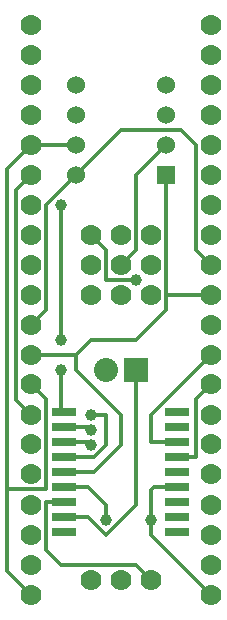
<source format=gbr>
G04 GERBER ASCII OUTPUT FROM: EDWIN 2000 (VER. 1.1 REV. 20011025)*
G04 GERBER FORMAT: RX-274-X*
G04 BOARD: 8-PIN_ADAPTER*
G04 ARTWORK OF COMP.LAYER POSITIVE*
%ASAXBY*%
%FSLAX23Y23*%
%MIA0B0*%
%MOIN*%
%OFA0.0000B0.0000*%
%SFA1B1*%
%IJA0B0*%
%INLAYER2POS*%
%IOA0B0*%
%IPPOS*%
%IR0*%
G04 APERTURE MACROS*
%AMEDWDONUT*
1,1,$1,$2,$3*
1,0,$4,$2,$3*
%
%AMEDWFRECT*
2,1,$1,$2,$3,$4,$5,$6*
%
%AMEDWORECT*
2,1,$1,$2,$3,$4,$5,$10*
2,1,$1,$4,$5,$6,$7,$10*
2,1,$1,$6,$7,$8,$9,$10*
2,1,$1,$8,$9,$2,$3,$10*
1,1,$1,$2,$3*
1,1,$1,$4,$5*
1,1,$1,$6,$7*
1,1,$1,$8,$9*
%
%AMEDWLINER*
2,1,$1,$2,$3,$4,$5,$6*
1,1,$1,$2,$3*
1,1,$1,$4,$5*
%
%AMEDWFTRNG*
4,1,3,$1,$2,$3,$4,$5,$6,$7,$8,$9*
%
%AMEDWATRNG*
4,1,3,$1,$2,$3,$4,$5,$6,$7,$8,$9*
2,1,$11,$1,$2,$3,$4,$10*
2,1,$11,$3,$4,$5,$6,$10*
2,1,$11,$5,$6,$7,$8,$10*
1,1,$11,$3,$4*
1,1,$11,$5,$6*
1,1,$11,$7,$8*
%
%AMEDWOTRNG*
2,1,$1,$2,$3,$4,$5,$8*
2,1,$1,$4,$5,$6,$7,$8*
2,1,$1,$6,$7,$2,$3,$8*
1,1,$1,$2,$3*
1,1,$1,$4,$5*
1,1,$1,$6,$7*
%
G04*
G04 APERTURE LIST*
%ADD10R,0.0700X0.0700*%
%ADD11R,0.0940X0.0940*%
%ADD12R,0.0600X0.0600*%
%ADD13R,0.0840X0.0840*%
%ADD14R,0.0900X0.0350*%
%ADD15R,0.1140X0.0590*%
%ADD16R,0.0800X0.0250*%
%ADD17R,0.1040X0.0490*%
%ADD18R,0.0900X0.0900*%
%ADD19R,0.1140X0.1140*%
%ADD20R,0.0800X0.0800*%
%ADD21R,0.1040X0.1040*%
%ADD22C,0.0010*%
%ADD24C,0.0020*%
%ADD25R,0.0020X0.0020*%
%ADD26C,0.0030*%
%ADD27R,0.0030X0.0030*%
%ADD28C,0.0040*%
%ADD29R,0.0040X0.0040*%
%ADD30C,0.0050*%
%ADD31R,0.0050X0.0050*%
%ADD32C,0.00787*%
%ADD33R,0.00787X0.00787*%
%ADD34C,0.0080*%
%ADD36C,0.00984*%
%ADD37R,0.00984X0.00984*%
%ADD38C,0.0120*%
%ADD40C,0.0120*%
%ADD42C,0.0130*%
%ADD44C,0.01378*%
%ADD46C,0.01969*%
%ADD47R,0.01969X0.01969*%
%ADD48C,0.0290*%
%ADD50C,0.03187*%
%ADD52C,0.0320*%
%ADD54C,0.0360*%
%ADD56C,0.0370*%
%ADD58C,0.03778*%
%ADD60C,0.03937*%
%ADD61R,0.03937X0.03937*%
%ADD62C,0.0480*%
%ADD63R,0.0480X0.0480*%
%ADD64C,0.0500*%
%ADD65R,0.0500X0.0500*%
%ADD66C,0.0540*%
%ADD67R,0.0540X0.0540*%
%ADD68C,0.0560*%
%ADD69R,0.0560X0.0560*%
%ADD70C,0.05906*%
%ADD71R,0.05906X0.05906*%
%ADD72C,0.0600*%
%ADD73R,0.0600X0.0600*%
%ADD74C,0.0620*%
%ADD75R,0.0620X0.0620*%
%ADD76C,0.06339*%
%ADD77R,0.06339X0.06339*%
%ADD78C,0.06906*%
%ADD79R,0.06906X0.06906*%
%ADD80C,0.0700*%
%ADD81R,0.0700X0.0700*%
%ADD82C,0.0720*%
%ADD83R,0.0720X0.0720*%
%ADD84C,0.0780*%
%ADD85R,0.0780X0.0780*%
%ADD86C,0.0800*%
%ADD87R,0.0800X0.0800*%
%ADD88C,0.0840*%
%ADD89R,0.0840X0.0840*%
%ADD90C,0.0860*%
%ADD92C,0.0900*%
%ADD93R,0.0900X0.0900*%
%ADD94C,0.0940*%
%ADD95R,0.0940X0.0940*%
%ADD96C,0.1040*%
%ADD97R,0.1040X0.1040*%
%ADD98C,0.1100*%
%ADD100C,0.1140*%
%ADD101R,0.1140X0.1140*%
%ADD103R,0.1600X0.1600*%
%ADD105R,0.1660X0.1660*%
%ADD107R,0.1840X0.1840*%
%ADD109R,0.1900X0.1900*%
%ADD110C,0.2900*%
%ADD111R,0.2900X0.2900*%
%ADD112C,0.3900*%
%ADD113R,0.3900X0.3900*%
%ADD114C,0.4900*%
%ADD115R,0.4900X0.4900*%
%ADD116C,0.5900*%
%ADD117R,0.5900X0.5900*%
%ADD118C,0.6900*%
%ADD119R,0.6900X0.6900*%
%ADD120C,0.7900*%
%ADD121R,0.7900X0.7900*%
%ADD122C,0.8900*%
%ADD123R,0.8900X0.8900*%
%ADD124C,0.9900*%
%ADD125R,0.9900X0.9900*%
%ADD126C,1.0900*%
%ADD127R,1.0900X1.0900*%
%ADD128C,1.1900*%
%ADD129R,1.1900X1.1900*%
%ADD130C,1.2900*%
%ADD131R,1.2900X1.2900*%
%ADD132C,1.3900*%
%ADD133R,1.3900X1.3900*%
%ADD134C,1.4900*%
%ADD135R,1.4900X1.4900*%
%ADD136C,1.5900*%
%ADD137R,1.5900X1.5900*%
%ADD138C,1.6900*%
%ADD139R,1.6900X1.6900*%
%ADD140C,1.7900*%
%ADD141R,1.7900X1.7900*%
%ADD142C,1.8900*%
%ADD143R,1.8900X1.8900*%
%ADD144C,1.9900*%
%ADD145R,1.9900X1.9900*%
G04*
D12* 
X550Y1450D02*D03*
D72* 
X550Y1550D02*D03*
X550Y1650D02*D03*
X550Y1750D02*D03*
X250Y1750D02*D03*
X250Y1650D02*D03*
X250Y1550D02*D03*
X250Y1450D02*D03*
D16* 
X585Y260D02*D03*
X585Y310D02*D03*
X585Y360D02*D03*
X585Y410D02*D03*
X585Y460D02*D03*
X585Y510D02*D03*
X585Y560D02*D03*
X585Y610D02*D03*
X585Y660D02*D03*
X210Y660D02*D03*
X210Y610D02*D03*
X210Y560D02*D03*
X210Y510D02*D03*
X210Y460D02*D03*
X210Y410D02*D03*
X210Y360D02*D03*
X210Y310D02*D03*
X210Y260D02*D03*
D80* 
X700Y50D02*D03*
X700Y150D02*D03*
X700Y250D02*D03*
X700Y350D02*D03*
X698Y453D02*D03*
X700Y551D02*D03*
X700Y649D02*D03*
X700Y753D02*D03*
X700Y850D02*D03*
X700Y950D02*D03*
X700Y1050D02*D03*
X700Y1150D02*D03*
X700Y1250D02*D03*
X700Y1350D02*D03*
X700Y1450D02*D03*
X700Y1550D02*D03*
X700Y1650D02*D03*
X700Y1750D02*D03*
X700Y1850D02*D03*
X700Y1950D02*D03*
X100Y50D02*D03*
X100Y150D02*D03*
X100Y250D02*D03*
X100Y350D02*D03*
X98Y453D02*D03*
X100Y551D02*D03*
X100Y649D02*D03*
X100Y753D02*D03*
X100Y850D02*D03*
X100Y950D02*D03*
X100Y1050D02*D03*
X100Y1150D02*D03*
X100Y1250D02*D03*
X100Y1350D02*D03*
X100Y1450D02*D03*
X100Y1550D02*D03*
X100Y1650D02*D03*
X100Y1750D02*D03*
X100Y1850D02*D03*
X100Y1950D02*D03*
X500Y1250D02*D03*
X500Y1150D02*D03*
X500Y1050D02*D03*
X300Y1250D02*D03*
X300Y1150D02*D03*
X300Y1050D02*D03*
X400Y1250D02*D03*
X400Y1150D02*D03*
X400Y1050D02*D03*
D20* 
X450Y800D02*D03*
D86* 
X350Y800D02*D03*
D80* 
X500Y100D02*D03*
X400Y100D02*D03*
X300Y100D02*D03*
D60* 
X350Y300D02*D03*
X500Y300D02*D03*
X450Y1100D02*D03*
X200Y800D02*D03*
X200Y900D02*D03*
X200Y1350D02*D03*
X300Y600D02*D03*
X300Y550D02*D03*
X300Y650D02*D03*
D44* 
X250Y1450D02*
X400Y1600D01*
X600Y1600D01*
X650Y1550D01*
X650Y1200D01*
X700Y1150D01*
X250Y1450D02*
X150Y1350D01*
X150Y1000D01*
X100Y950D01*
X250Y850D02*
X250Y800D01*
X400Y650D01*
X400Y550D01*
X310Y460D01*
X205Y460D01*
X550Y1050D02*
X550Y1000D01*
X450Y900D01*
X300Y900D01*
X250Y850D01*
X100Y850D01*
X550Y1050D02*
X550Y1450D01*
X550Y1050D02*
X700Y1050D01*
X500Y100D02*
X450Y150D01*
X200Y150D01*
X150Y200D01*
X150Y360D01*
X205Y360D01*
X350Y300D02*
X350Y350D01*
X290Y410D01*
X205Y410D01*
X400Y1150D02*
X450Y1200D01*
X450Y1450D01*
X550Y1550D01*
X450Y1100D02*
X350Y1100D01*
X350Y1200D01*
X300Y1250D01*
X500Y300D02*
X500Y250D01*
X700Y50D01*
X500Y300D02*
X500Y400D01*
X510Y410D01*
X580Y410D01*
X100Y649D02*
X50Y699D01*
X50Y1400D01*
X100Y1450D01*
X700Y753D02*
X650Y703D01*
X650Y510D01*
X580Y510D01*
X20Y401D02*
X150Y401D01*
X150Y703D01*
X100Y753D01*
X100Y1550D02*
X20Y1470D01*
X20Y401D01*
X20Y130D01*
X100Y50D01*
X100Y1550D02*
X250Y1550D01*
X700Y850D02*
X500Y650D01*
X500Y560D01*
X580Y560D01*
X200Y800D02*
X200Y660D01*
X205Y660D01*
X200Y1350D02*
X200Y900D01*
X300Y600D02*
X290Y610D01*
X205Y610D01*
X300Y550D02*
X290Y560D01*
X205Y560D01*
X300Y650D02*
X350Y650D01*
X350Y550D01*
X310Y510D01*
X205Y510D01*
X450Y800D02*
X450Y350D01*
X350Y250D01*
X290Y310D01*
X205Y310D01*
M02*

</source>
